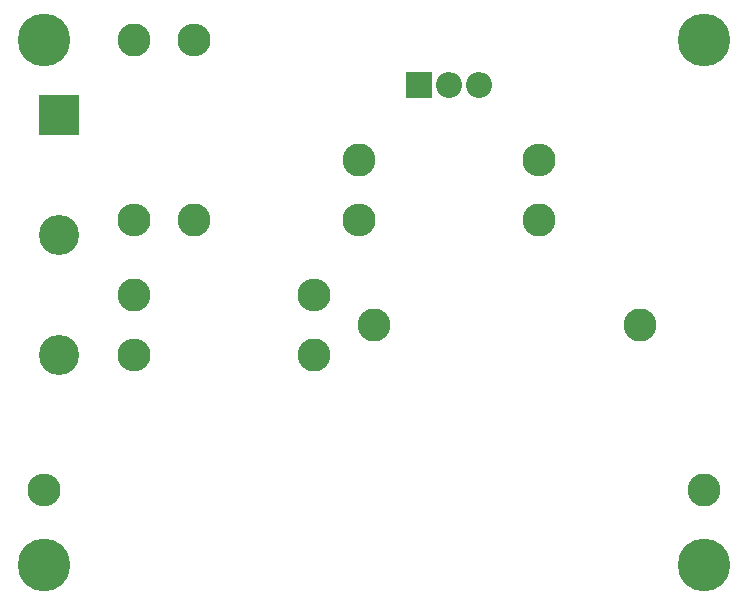
<source format=gbr>
G04 #@! TF.FileFunction,Soldermask,Top*
%FSLAX46Y46*%
G04 Gerber Fmt 4.6, Leading zero omitted, Abs format (unit mm)*
G04 Created by KiCad (PCBNEW 4.0.7) date Wednesday, October 03, 2018 'AMt' 10:44:15 AM*
%MOMM*%
%LPD*%
G01*
G04 APERTURE LIST*
%ADD10C,0.100000*%
%ADD11C,4.464000*%
%ADD12C,2.800000*%
%ADD13R,3.400000X3.400000*%
%ADD14C,3.400000*%
%ADD15O,2.800000X2.800000*%
%ADD16R,2.200000X2.200000*%
%ADD17O,2.200000X2.200000*%
G04 APERTURE END LIST*
D10*
D11*
X124460000Y-100330000D03*
D12*
X152400000Y-80010000D03*
X174900000Y-80010000D03*
D13*
X125730000Y-62230000D03*
D14*
X125730000Y-72390000D03*
X125730000Y-82550000D03*
D12*
X151130000Y-66040000D03*
D15*
X166370000Y-66040000D03*
D12*
X166370000Y-71120000D03*
D15*
X151130000Y-71120000D03*
D12*
X132080000Y-55880000D03*
D15*
X132080000Y-71120000D03*
D12*
X137160000Y-71120000D03*
D15*
X137160000Y-55880000D03*
D12*
X147320000Y-82550000D03*
D15*
X132080000Y-82550000D03*
D12*
X132080000Y-77470000D03*
D15*
X147320000Y-77470000D03*
D16*
X156210000Y-59690000D03*
D17*
X158750000Y-59690000D03*
X161290000Y-59690000D03*
D11*
X124460000Y-55880000D03*
X180340000Y-55880000D03*
X180340000Y-100330000D03*
D12*
X180340000Y-93980000D03*
D15*
X124460000Y-93980000D03*
M02*

</source>
